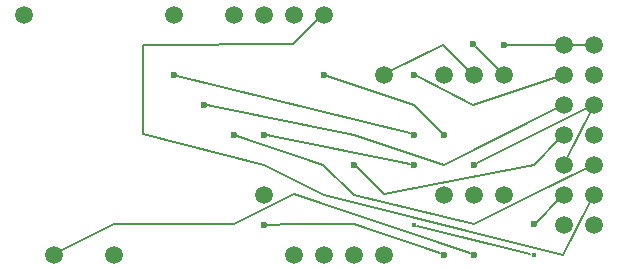
<source format=gtl>
G04 MADE WITH FRITZING*
G04 WWW.FRITZING.ORG*
G04 DOUBLE SIDED*
G04 HOLES PLATED*
G04 CONTOUR ON CENTER OF CONTOUR VECTOR*
%ASAXBY*%
%FSLAX23Y23*%
%MOIN*%
%OFA0B0*%
%SFA1.0B1.0*%
%ADD10C,0.059055*%
%ADD11C,0.023622*%
%ADD12C,0.016535*%
%ADD13C,0.008000*%
%LNCOPPER1*%
G90*
G70*
G54D10*
X336Y34D03*
X136Y34D03*
X1036Y34D03*
X1136Y34D03*
X1236Y34D03*
X36Y834D03*
X1436Y234D03*
X1536Y234D03*
X1436Y634D03*
X1536Y634D03*
X1636Y634D03*
X1236Y634D03*
X1836Y634D03*
X1836Y734D03*
X1836Y134D03*
X1936Y134D03*
X1936Y734D03*
X1836Y534D03*
X1836Y434D03*
X1836Y334D03*
X1836Y234D03*
X1936Y634D03*
X1936Y534D03*
X1936Y434D03*
X1936Y334D03*
X1936Y234D03*
X1036Y834D03*
X736Y834D03*
X536Y834D03*
X836Y834D03*
X936Y834D03*
X936Y34D03*
G54D11*
X1336Y634D03*
X1436Y34D03*
X1536Y334D03*
G54D10*
X1636Y234D03*
G54D11*
X1136Y334D03*
X1736Y135D03*
X736Y434D03*
X636Y534D03*
X1336Y434D03*
X536Y634D03*
X1636Y734D03*
X1535Y735D03*
G54D12*
X1336Y134D03*
G54D11*
X1337Y334D03*
X836Y434D03*
G54D10*
X836Y234D03*
G54D11*
X1536Y34D03*
G54D12*
X1736Y34D03*
G54D11*
X1436Y434D03*
X1036Y634D03*
X836Y134D03*
G54D13*
X1820Y218D02*
X1746Y144D01*
D02*
X1436Y334D02*
X1815Y524D01*
D02*
X1535Y534D02*
X1814Y627D01*
D02*
X1348Y628D02*
X1535Y534D01*
D02*
X649Y532D02*
X1136Y434D01*
D02*
X1136Y434D02*
X1436Y334D01*
D02*
X1915Y524D02*
X1548Y340D01*
D02*
X1846Y355D02*
X1926Y513D01*
D02*
X1035Y333D02*
X749Y430D01*
D02*
X1737Y235D02*
X1537Y135D01*
D02*
X1137Y233D02*
X1035Y333D01*
D02*
X1537Y135D02*
X1137Y233D01*
D02*
X1915Y324D02*
X1737Y235D01*
D02*
X1737Y334D02*
X1236Y235D01*
D02*
X1236Y235D02*
X1146Y325D01*
D02*
X1820Y418D02*
X1737Y334D01*
D02*
X549Y631D02*
X1323Y438D01*
D02*
X1435Y733D02*
X1519Y651D01*
D02*
X1257Y645D02*
X1435Y733D01*
D02*
X1907Y734D02*
X1865Y734D01*
D02*
X1649Y734D02*
X1813Y734D01*
D02*
X1620Y651D02*
X1545Y725D01*
D02*
X849Y432D02*
X1324Y336D01*
D02*
X1347Y131D02*
X1725Y37D01*
D02*
X337Y135D02*
X157Y45D01*
D02*
X736Y135D02*
X337Y135D01*
D02*
X1523Y39D02*
X937Y235D01*
D02*
X937Y235D02*
X736Y135D01*
D02*
X935Y135D02*
X1137Y135D01*
D02*
X1137Y135D02*
X1423Y39D01*
D02*
X849Y134D02*
X935Y135D01*
D02*
X1336Y534D02*
X1427Y444D01*
D02*
X1049Y630D02*
X1336Y534D01*
D02*
X435Y435D02*
X837Y334D01*
D02*
X1036Y233D02*
X1835Y34D01*
D02*
X1835Y34D02*
X1923Y209D01*
D02*
X435Y734D02*
X435Y435D01*
D02*
X935Y735D02*
X435Y734D01*
D02*
X1019Y818D02*
X935Y735D01*
D02*
X837Y334D02*
X1036Y233D01*
G04 End of Copper1*
M02*
</source>
